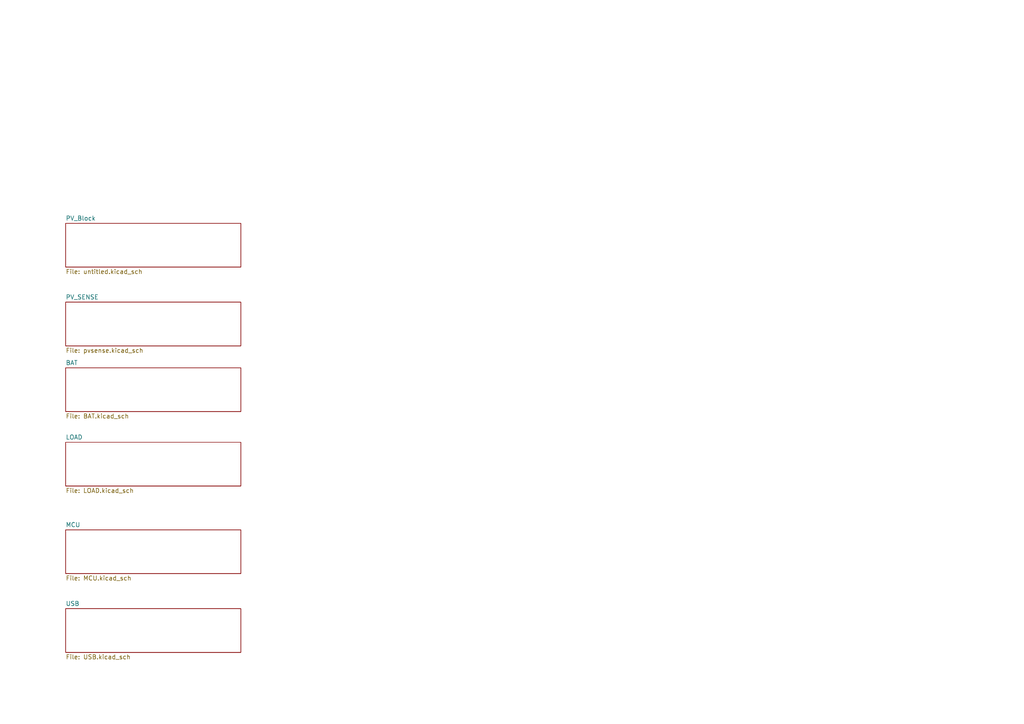
<source format=kicad_sch>
(kicad_sch (version 20211123) (generator eeschema)
  (paper "A4")
  (lib_symbols)
  (sheet (at 19.05 106.68) (size 50.8 12.7)
    (property "Sheet name" "BAT" (at 19.05 105.9684 0) (effects (justify left bottom)))
    (property "Sheet file" "BAT.kicad_sch" (at 19.05 119.9646 0) (effects (justify left top)))
  )
  (sheet (at 19.05 128.27) (size 50.8 12.7)
    (property "Sheet name" "LOAD" (at 19.05 127.5584 0) (effects (justify left bottom)))
    (property "Sheet file" "LOAD.kicad_sch" (at 19.05 141.5546 0) (effects (justify left top)))
  )
  (sheet (at 19.05 153.67) (size 50.8 12.7)
    (property "Sheet name" "MCU" (at 19.05 152.9584 0) (effects (justify left bottom)))
    (property "Sheet file" "MCU.kicad_sch" (at 19.05 166.9546 0) (effects (justify left top)))
  )
  (sheet (at 19.05 176.53) (size 50.8 12.7)
    (property "Sheet name" "USB" (at 19.05 175.8184 0) (effects (justify left bottom)))
    (property "Sheet file" "USB.kicad_sch" (at 19.05 189.8146 0) (effects (justify left top)))
  )
  (sheet (at 19.05 64.77) (size 50.8 12.7) (stroke (width 0.1524))
    (property "Sheet name" "PV_Block" (at 19.05 64.0584 0) (effects (justify left bottom)))
    (property "Sheet file" "untitled.kicad_sch" (at 19.05 78.0546 0) (effects (justify left top)))
  )
  (sheet (at 19.05 87.63) (size 50.8 12.7) (stroke (width 0.1524))
    (property "Sheet name" "PV_SENSE" (at 19.05 86.9184 0) (effects (justify left bottom)))
    (property "Sheet file" "pvsense.kicad_sch" (at 19.05 100.9146 0) (effects (justify left top)))
  )
)
</source>
